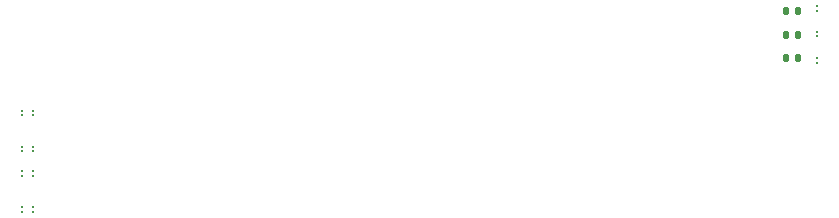
<source format=gbp>
G04 #@! TF.GenerationSoftware,KiCad,Pcbnew,8.0.8*
G04 #@! TF.CreationDate,2025-03-22T16:06:40-05:00*
G04 #@! TF.ProjectId,ControllerPCB,436f6e74-726f-46c6-9c65-725043422e6b,rev?*
G04 #@! TF.SameCoordinates,Original*
G04 #@! TF.FileFunction,Paste,Bot*
G04 #@! TF.FilePolarity,Positive*
%FSLAX46Y46*%
G04 Gerber Fmt 4.6, Leading zero omitted, Abs format (unit mm)*
G04 Created by KiCad (PCBNEW 8.0.8) date 2025-03-22 16:06:40*
%MOMM*%
%LPD*%
G01*
G04 APERTURE LIST*
G04 Aperture macros list*
%AMRoundRect*
0 Rectangle with rounded corners*
0 $1 Rounding radius*
0 $2 $3 $4 $5 $6 $7 $8 $9 X,Y pos of 4 corners*
0 Add a 4 corners polygon primitive as box body*
4,1,4,$2,$3,$4,$5,$6,$7,$8,$9,$2,$3,0*
0 Add four circle primitives for the rounded corners*
1,1,$1+$1,$2,$3*
1,1,$1+$1,$4,$5*
1,1,$1+$1,$6,$7*
1,1,$1+$1,$8,$9*
0 Add four rect primitives between the rounded corners*
20,1,$1+$1,$2,$3,$4,$5,0*
20,1,$1+$1,$4,$5,$6,$7,0*
20,1,$1+$1,$6,$7,$8,$9,0*
20,1,$1+$1,$8,$9,$2,$3,0*%
G04 Aperture macros list end*
%ADD10R,0.280000X0.200000*%
%ADD11RoundRect,0.135000X-0.135000X-0.185000X0.135000X-0.185000X0.135000X0.185000X-0.135000X0.185000X0*%
G04 APERTURE END LIST*
D10*
X94500000Y-106750000D03*
X94500000Y-107150000D03*
X94500000Y-111850000D03*
X94500000Y-112250000D03*
X93500000Y-104100000D03*
X93500000Y-103700000D03*
D11*
X158215001Y-97268300D03*
X159235001Y-97268300D03*
X158215001Y-95230000D03*
X159235001Y-95230000D03*
D10*
X93500000Y-106750000D03*
X93500000Y-107150000D03*
D11*
X158215001Y-99268300D03*
X159235001Y-99268300D03*
D10*
X160875001Y-97400000D03*
X160875001Y-97000000D03*
X94500000Y-109250000D03*
X94500000Y-108850000D03*
X93500000Y-108850000D03*
X93500000Y-109250000D03*
X160875001Y-95280000D03*
X160875001Y-94880000D03*
X93500000Y-111850000D03*
X93500000Y-112250000D03*
X94500000Y-104100000D03*
X94500000Y-103700000D03*
X160875001Y-99650000D03*
X160875001Y-99250000D03*
M02*

</source>
